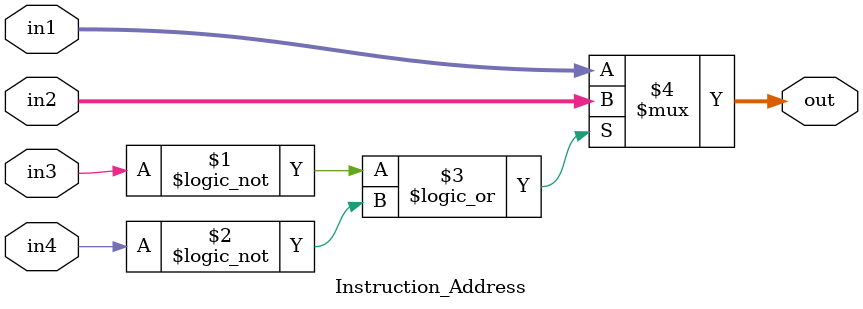
<source format=sv>
module Instruction_Address(in1,in2,in3,in4,out);

input in3,in4;
input [13:0] in1,in2;
output logic [13:0] out;


assign out=(!in3||!in4)?in2:in1;

endmodule      
</source>
